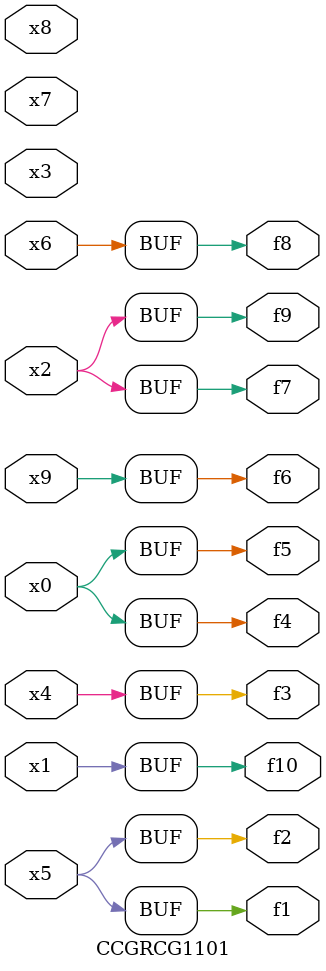
<source format=v>
module CCGRCG1101(
	input x0, x1, x2, x3, x4, x5, x6, x7, x8, x9,
	output f1, f2, f3, f4, f5, f6, f7, f8, f9, f10
);
	assign f1 = x5;
	assign f2 = x5;
	assign f3 = x4;
	assign f4 = x0;
	assign f5 = x0;
	assign f6 = x9;
	assign f7 = x2;
	assign f8 = x6;
	assign f9 = x2;
	assign f10 = x1;
endmodule

</source>
